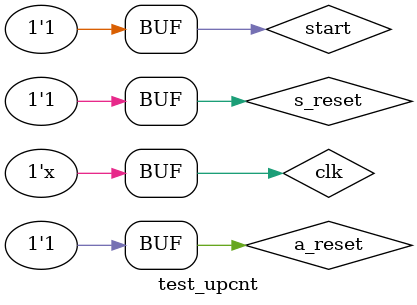
<source format=v>
module test_upcnt;
    reg start,a_reset,s_reset,clk;
    wire[3:0] count;

  	upcnt t1(count,start,a_reset,s_reset,clk);  
    
    
    
  	
  	initial begin
    	clk=0;
    	start = 0;
    	s_reset = 1;    	
    	a_reset=1;

      #10 start = 0;
      #10 start = 1;
      #80 start = 0;
      #120 start = 1;
    
    end // initial begin

    always begin
      #5 clk = ~clk;
    end





endmodule

</source>
